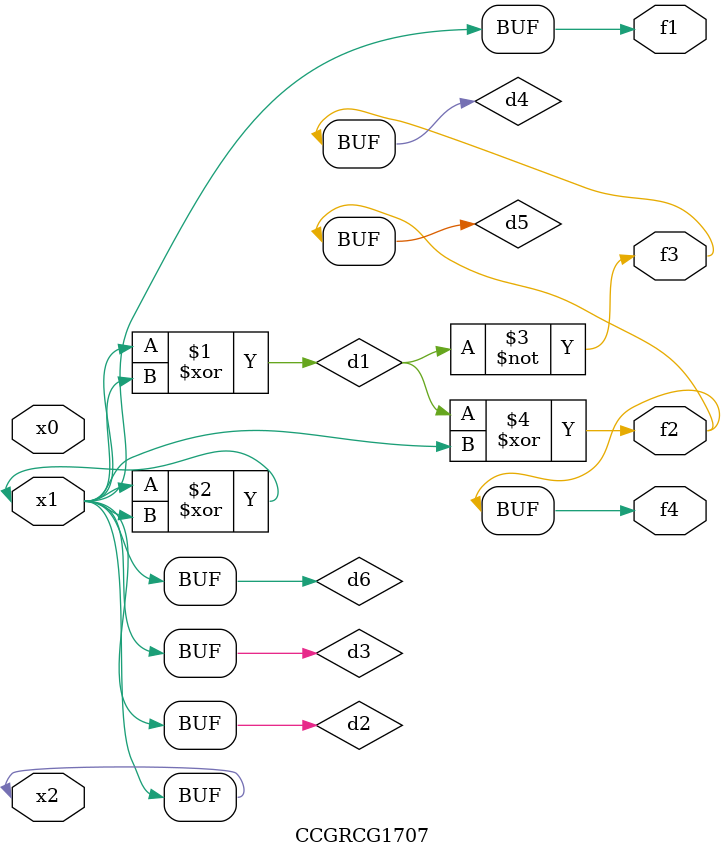
<source format=v>
module CCGRCG1707(
	input x0, x1, x2,
	output f1, f2, f3, f4
);

	wire d1, d2, d3, d4, d5, d6;

	xor (d1, x1, x2);
	buf (d2, x1, x2);
	xor (d3, x1, x2);
	nor (d4, d1);
	xor (d5, d1, d2);
	buf (d6, d2, d3);
	assign f1 = d6;
	assign f2 = d5;
	assign f3 = d4;
	assign f4 = d5;
endmodule

</source>
